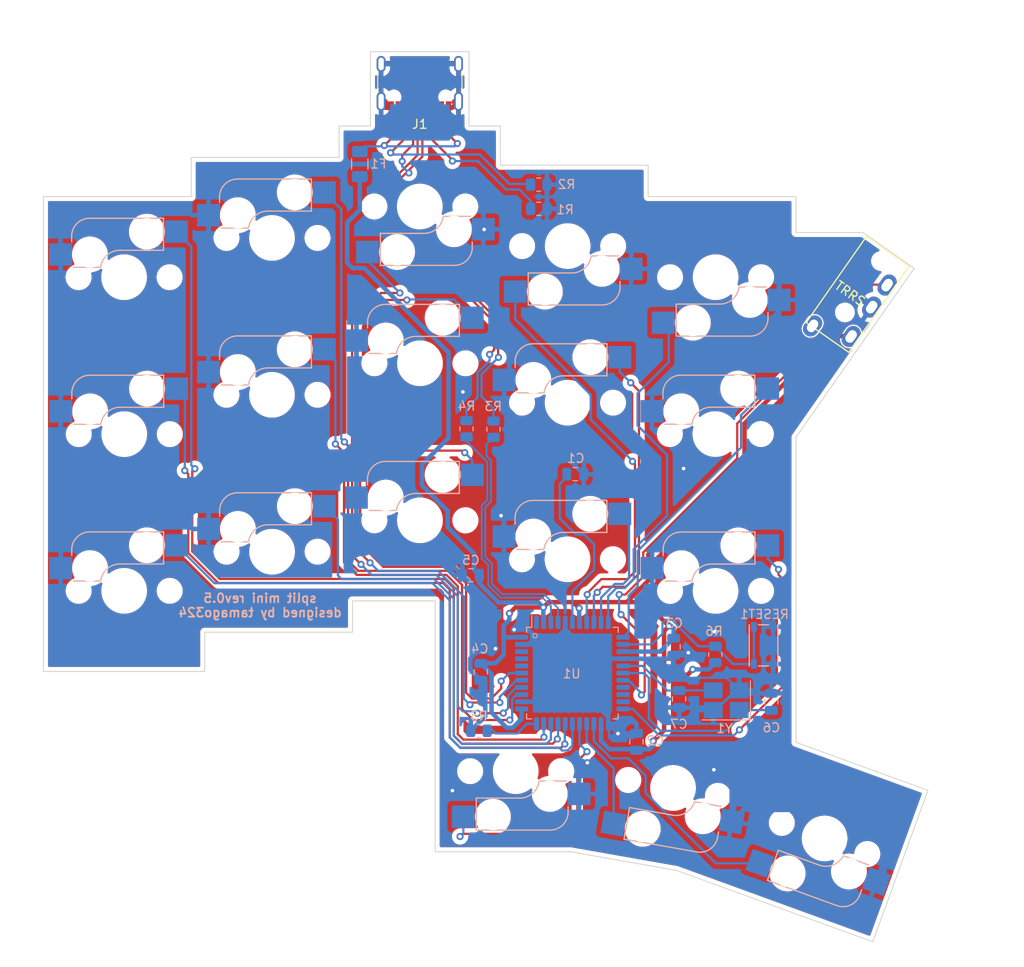
<source format=kicad_pcb>
(kicad_pcb (version 20211014) (generator pcbnew)
  (layers (0 "F.Cu" signal) (31 "B.Cu" signal) (34 "B.Paste" user) (35 "F.Paste" user) (36 "B.SilkS" user "B.Silkscreen") (37 "F.SilkS" user "F.Silkscreen") (38 "B.Mask" user) (39 "F.Mask" user) (44 "Edge.Cuts" user))
  (net 0 "")
  (net 1 "Net-(C1-Pad1)")
  (net 2 "GND")
  (net 3 "VCC")
  (net 4 "XTAL1")
  (net 5 "XTAL2")
  (net 6 "Net-(F1-Pad1)")
  (net 7 "Net-(J1-PadA5)")
  (net 8 "Net-(J1-PadA6)")
  (net 9 "Net-(J1-PadA7)")
  (net 11 "Net-(J1-PadB5)")
  (net 13 "SCL")
  (net 15 "D-")
  (net 16 "D+")
  (net 17 "Net-(R5-Pad1)")
  (net 18 "RESET")
  (net 19 "/col0")
  (net 20 "/col1")
  (net 21 "/col2")
  (net 22 "/col3")
  (net 23 "/col4")
  (net 24 "/col5")
  (net 25 "/col6")
  (net 26 "/col7")
  (net 27 "/col8")
  (net 28 "/col9")
  (net 29 "/col10")
  (net 30 "/col11")
  (net 31 "/col12")
  (net 32 "/col13")
  (net 33 "/col14")
  (net 34 "/col15")
  (net 35 "/col16")
  (net 36 "/col17")
  (footprint "split mini:CherryMX_Hotswap" (layer "F.Cu") (at 92.57 78.66)
    (fp_text reference "SW15" hide)
    (fp_text value "SW_Push" hide)
  )
  (footprint "split mini:USB_C_Receptacle_Neltron_5077CR-16SMC2" (layer "F.Cu") (at 59.56 20.92 180)
    (fp_text reference "J1")
    (fp_text value "USB_C_Receptacle_USB2.0")
  )
  (footprint "split mini:CherryMX_Hotswap" (layer "F.Cu") (at 43.06 56.77)
    (fp_text reference "SW7" hide)
    (fp_text value "SW_Push" hide)
  )
  (footprint "split mini:CherryMX_Hotswap" (layer "F.Cu") (at 59.56 35.75 180)
    (fp_text reference "SW3" hide)
    (fp_text value "SW_Push" hide)
  )
  (footprint "split mini:CherryMX_Hotswap" (layer "F.Cu") (at 26.57 61.16)
    (fp_text reference "SW6" hide)
    (fp_text value "SW_Push" hide)
  )
  (footprint "split mini:CherryMX_Hotswap" (layer "F.Cu") (at 87.83 100.65 170)
    (fp_text reference "SW17" hide)
    (fp_text value "SW_Push" hide)
  )
  (footprint "split mini:CherryMX_Hotswap" (layer "F.Cu") (at 76.04 75.13)
    (fp_text reference "SW14" hide)
    (fp_text value "SW_Push" hide)
  )
  (footprint "split mini:CherryMX_Hotswap" (layer "F.Cu") (at 76.05 57.65)
    (fp_text reference "SW9" hide)
    (fp_text value "SW_Push" hide)
  )
  (footprint "split mini:CherryMX_Hotswap" (layer "F.Cu") (at 59.575 53.25)
    (fp_text reference "SW8" hide)
    (fp_text value "SW_Push" hide)
  )
  (footprint "split mini:MJ-4PP-9_1side" (layer "F.Cu") (at 111.891674 40.614609 -35)
    (fp_text reference "J2")
    (fp_text value "MJ-4PP-9" hide)
  )
  (footprint "split mini:CherryMX_Hotswap" (layer "F.Cu") (at 92.55 61.15)
    (fp_text reference "SW10" hide)
    (fp_text value "SW_Push" hide)
  )
  (footprint "split mini:CherryMX_Hotswap" (layer "F.Cu") (at 26.56 78.65)
    (fp_text reference "SW11" hide)
    (fp_text value "SW_Push" hide)
  )
  (footprint "split mini:CherryMX_Hotswap" (layer "F.Cu") (at 26.55 43.64)
    (fp_text reference "SW1" hide)
    (fp_text value "SW_Push" hide)
  )
  (footprint "split mini:CherryMX_Hotswap" (layer "F.Cu") (at 43.07 74.28)
    (fp_text reference "SW12" hide)
    (fp_text value "SW_Push" hide)
  )
  (footprint "split mini:CherryMX_Hotswap" (layer "F.Cu") (at 92.575 43.64 180)
    (fp_text reference "SW5" hide)
    (fp_text value "SW_Push" hide)
  )
  (footprint "split mini:CherryMX_Hotswap" (layer "F.Cu") (at 43.06 39.26)
    (fp_text reference "SW2" hide)
    (fp_text value "SW_Push" hide)
  )
  (footprint "split mini:CherryMX_Hotswap" (layer "F.Cu") (at 59.57 70.78)
    (fp_text reference "SW13" hide)
    (fp_text value "SW_Push" hide)
  )
  (footprint "split mini:CherryMX_Hotswap" (layer "F.Cu") (at 70.26 98.78 180)
    (fp_text reference "SW16" hide)
    (fp_text value "SW_Push" hide)
  )
  (footprint "split mini:CherryMX_Hotswap" (layer "F.Cu") (at 76.06 40.17 180)
    (fp_text reference "SW4" hide)
    (fp_text value "SW_Push" hide)
  )
  (footprint "split mini:CherryMX_Hotswap" (layer "F.Cu") (at 104.74 106.29 160)
    (fp_text reference "SW18" hide)
    (fp_text value "SW_Push" hide)
  )
  (footprint "Package_QFP:LQFP-44_10x10mm_P0.8mm" (layer "B.Cu") (at 76.59 87.83 -90)
    (fp_text reference "U1")
    (fp_text value "ATmega32U4-A")
  )
  (footprint "Fuse:Fuse_1206_3216Metric" (layer "B.Cu") (at 52.86 31.02 -90)
    (fp_text reference "F1")
    (fp_text value "500mA")
  )
  (footprint "Resistor_SMD:R_0805_2012Metric" (layer "B.Cu") (at 66.16 94.27 180)
    (fp_text reference "R5")
    (fp_text value "10k")
  )
  (footprint "Resistor_SMD:R_0805_2012Metric" (layer "B.Cu") (at 72.84 36.01)
    (fp_text reference "R1")
    (fp_text value "5.1k")
  )
  (footprint "Capacitor_SMD:C_0805_2012Metric" (layer "B.Cu") (at 65.26 76.91 180)
    (fp_text reference "C5")
    (fp_text value "10μF")
  )
  (footprint "Capacitor_SMD:C_0805_2012Metric" (layer "B.Cu") (at 88.5 90.73 -90)
    (fp_text reference "C7")
    (fp_text value "22pF")
  )
  (footprint "Resistor_SMD:R_0805_2012Metric" (layer "B.Cu") (at 72.83 33.31)
    (fp_text reference "R2")
    (fp_text value "5.1k")
  )
  (footprint "nosuz:SKRPAxE010" (layer "B.Cu") (at 97.93 84.74 90)
    (fp_text reference "RESET1")
    (fp_text value "SKRPACE010")
  )
  (footprint "Crystal:Crystal_SMD_SeikoEpson_FA238-4Pin_3.2x2.5mm_HandSoldering" (layer "B.Cu") (at 93.76 90.86 180)
    (fp_text reference "Y1")
    (fp_text value "16MHz")
  )
  (footprint "Capacitor_SMD:C_0805_2012Metric" (layer "B.Cu") (at 66.37 87.69 -90)
    (fp_text reference "C4")
    (fp_text value "0.1μF")
  )
  (footprint "Capacitor_SMD:C_0805_2012Metric" (layer "B.Cu") (at 83.74 95.5 90)
    (fp_text reference "C2")
    (fp_text value "0.1μF")
  )
  (footprint "Resistor_SMD:R_0805_2012Metric" (layer "B.Cu") (at 92.54 85.75 90)
    (fp_text reference "R6")
    (fp_text value "10k")
  )
  (footprint "Capacitor_SMD:C_0805_2012Metric" (layer "B.Cu") (at 98.79 91.04 -90)
    (fp_text reference "C6")
    (fp_text value "22pF")
  )
  (footprint "Resistor_SMD:R_0805_2012Metric" (layer "B.Cu") (at 67.78 60.61 -90)
    (fp_text reference "R4")
    (fp_text value "22")
  )
  (footprint "Resistor_SMD:R_0805_2012Metric" (layer "B.Cu") (at 64.77 60.56 -90)
    (fp_text reference "R3")
    (fp_text value "22")
  )
  (footprint "Capacitor_SMD:C_0805_2012Metric" (layer "B.Cu") (at 87.89 84.89 -90)
    (fp_text reference "C3")
    (fp_text value "0.1μF")
  )
  (footprint "Capacitor_SMD:C_0805_2012Metric" (layer "B.Cu") (at 76.91 65.63)
    (fp_text reference "C1")
    (fp_text value "1μF")
  )
  (gr_circle (center 72.43 83.65) (end 72.66 83.74) (layer "B.SilkS") (width 0.1) (fill none))
  (gr_line (start 116.274472 100.918426) (end 101.55 95.559156) (layer "Edge.Cuts") (width 0.1))
  (gr_line (start 50.55 30.27) (end 34.05 30.27) (layer "Edge.Cuts") (width 0.1))
  (gr_line (start 34.05 30.27) (end 34.05 34.645) (layer "Edge.Cuts") (width 0.1))
  (gr_line (start 109.006494 38.645) (end 101.55 38.645) (layer "Edge.Cuts") (width 0.1))
  (gr_line (start 114.740558 42.660035) (end 101.55 61.498104) (layer "Edge.Cuts") (width 0.1))
  (gr_line (start 35.55 87.645) (end 35.55 83.27) (layer "Edge.Cuts") (width 0.1))
  (gr_line (start 88.214983 109.860807) (end 110.11811 117.832893) (layer "Edge.Cuts") (width 0.1))
  (gr_line (start 35.55 83.27) (end 52.05 83.27) (layer "Edge.Cuts") (width 0.1))
  (gr_line (start 110.11811 117.832893) (end 116.274472 100.918426) (layer "Edge.Cuts") (width 0.1))
  (gr_line (start 68.55 31.145) (end 85.05 31.145) (layer "Edge.Cuts") (width 0.1))
  (gr_line (start 34.05 34.645) (end 17.55 34.645) (layer "Edge.Cuts") (width 0.1))
  (gr_line (start 61.275 79.77) (end 61.275 107.77) (layer "Edge.Cuts") (width 0.1))
  (gr_line (start 61.275 107.77) (end 76.357429 107.77) (layer "Edge.Cuts") (width 0.1))
  (gr_line (start 17.55 87.645) (end 35.55 87.645) (layer "Edge.Cuts") (width 0.1))
  (gr_line (start 50.55 26.77) (end 50.55 30.27) (layer "Edge.Cuts") (width 0.1))
  (gr_line (start 101.55 95.559156) (end 101.55 61.498104) (layer "Edge.Cuts") (width 0.1))
  (gr_line (start 65.05 26.77) (end 68.55 26.77) (layer "Edge.Cuts") (width 0.1))
  (gr_line (start 76.357429 107.77) (end 88.214983 109.860807) (layer "Edge.Cuts") (width 0.1))
  (gr_line (start 65.05 26.77) (end 65.05 18.47) (layer "Edge.Cuts") (width 0.1))
  (gr_line (start 17.55 34.645) (end 17.55 87.645) (layer "Edge.Cuts") (width 0.1))
  (gr_line (start 85.05 31.145) (end 85.05 34.645) (layer "Edge.Cuts") (width 0.1))
  (gr_line (start 109.006494 38.645) (end 114.740558 42.660035) (layer "Edge.Cuts") (width 0.1))
  (gr_line (start 54.05 26.77) (end 54.05 18.47) (layer "Edge.Cuts") (width 0.1))
  (gr_line (start 50.55 26.77) (end 54.05 26.77) (layer "Edge.Cuts") (width 0.1))
  (gr_line (start 54.05 18.47) (end 65.05 18.47) (layer "Edge.Cuts") (width 0.1))
  (gr_line (start 101.55 38.645) (end 101.55 34.645) (layer "Edge.Cuts") (width 0.1))
  (gr_line (start 68.55 26.77) (end 68.55 31.145) (layer "Edge.Cuts") (width 0.1))
  (gr_line (start 101.55 34.645) (end 85.05 34.645) (layer "Edge.Cuts") (width 0.1))
  (gr_line (start 52.05 83.27) (end 52.05 79.77) (layer "Edge.Cuts") (width 0.1))
  (gr_line (start 52.05 79.77) (end 61.275 79.77) (layer "Edge.Cuts") (width 0.1))
  (gr_text "split mini rev0.5\ndesigned by tamago324" (at 41.725 80.275) (layer "B.SilkS") (effects (font (size 1 1) (thickness 0.2)) (justify mirror)))
  (segment (start 79.02 76.29) (end 79.02 73.47) (width 0.25) (layer "B.Cu") (net 1))
  (segment (start 75.18 70.56) (end 75.18 66.72) (width 0.25) (layer "B.Cu") (net 1))
  (segment (start 75.18 66.72) (end 75.8 66.1) (width 0.25) (layer "B.Cu") (net 1))
  (segment (start 76.59 78.72) (end 79.02 76.29) (width 0.25) (layer "B.Cu") (net 1))
  (segment (start 77 72.38) (end 75.18 70.56) (width 0.25) (layer "B.Cu") (net 1))
  (segment (start 77.93 72.38) (end 77 72.38) (width 0.25) (layer "B.Cu") (net 1))
  (segment (start 76.59 82.1675) (end 76.59 78.72) (width 0.25) (layer "B.Cu") (net 1))
  (segment (start 79.02 73.47) (end 77.93 72.38) (width 0.25) (layer "B.Cu") (net 1))
  (segment (start 89.53 85) (end 89.53 85.56) (width 0.5) (layer "F.Cu") (net 2))
  (segment (start 68 85.0705) (end 70.09 82.9805) (width 0.5) (layer "F.Cu") (net 2))
  (segment (start 56.36 24.72) (end 55.24 23.6) (width 0.5) (layer "F.Cu") (net 2))
  (segment (start 68.63 84.47) (end 68.63 70.26) (width 0.5) (layer "F.Cu") (net 2))
  (segment (start 55.24 23.6) (end 55.24 19.84) (width 0.5) (layer "F.Cu") (net 2))
  (segment (start 63.18 24.72) (end 63.88 24.02) (width 0.5) (layer "F.Cu") (net 2))
  (segment (start 66.74 29.7) (end 66.74 38.31) (width 0.5) (layer "F.Cu") (net 2))
  (segment (start 89.77 96.96) (end 89.07 96.26) (width 0.5) (layer "F.Cu") (net 2))
  (segment (start 89.07 96.26) (end 80.4 96.26) (width 0.5) (layer "F.Cu") (net 2))
  (segment (start 92.45 83.21) (end 91.32 83.21) (width 0.5) (layer "F.Cu") (net 2))
  (segment (start 91.43 98.62) (end 89.77 96.96) (width 0.5) (layer "F.Cu") (net 2))
  (segment (start 78.26 97.84) (end 78.48 97.84) (width 0.5) (layer "F.Cu") (net 2))
  (segment (start 55.24 19.84) (end 55.33 19.75) (width 0.5) (layer "F.Cu") (net 2))
  (segment (start 91.32 83.21) (end 89.53 85) (width 0.5) (layer "F.Cu") (net 2))
  (segment (start 62.76 24.72) (end 63.18 24.72) (width 0.5) (layer "F.Cu") (net 2))
  (segment (start 63.88 19.75) (end 63.88 26.84) (width 0.5) (layer "F.Cu") (net 2))
  (segment (start 63.88 26.84) (end 66.74 29.7) (width 0.5) (layer "F.Cu") (net 2))
  (segment (start 81.67875 94.64125) (end 81.67875 94.58125) (width 0.5) (layer "F.Cu") (net 2))
  (segment (start 55.33 19.75) (end 63.88 19.75) (width 0.5) (layer "F.Cu") (net 2))
  (segment (start 68 85.1) (end 68.63 84.47) (width 0.5) (layer "F.Cu") (net 2))
  (segment (start 68 85.1) (end 68 85.0705) (width 0.5) (layer "F.Cu") (net 2))
  (segment (start 92.38 98.62) (end 91.43 98.62) (width 0.5) (layer "F.Cu") (net 2))
  (segment (start 78.48 97.84) (end 81.67875 94.64125) (width 0.5) (layer "F.Cu") (net 2))
  (via (at 64.375 56.45) (size 0.8) (drill 0.4) (layers "F.Cu" "B.Cu") (net 2))
  (via (at 68 85.1) (size 0.8) (drill 0.4) (layers "F.Cu" "B.Cu") (net 2))
  (via (at 92.38 98.62) (size 0.8) (drill 0.4) (layers "F.Cu" "B.Cu") (net 2))
  (via (at 70.09 82.9805) (size 0.8) (drill 0.4) (layers "F.Cu" "B.Cu") (net 2))
  (via (at 78.26 97.84) (size 0.8) (drill 0.4) (layers "F.Cu" "B.Cu") (net 2))
  (via (at 66.74 38.31) (size 0.8) (drill 0.4) (layers "F.Cu" "B.Cu") (net 2))
  (via (at 89.53 85.56) (size 0.8) (drill 0.4) (layers "F.Cu" "B.Cu") (net 2))
  (via (at 68.63 70.26) (size 0.8) (drill 0.4) (layers "F.Cu" "B.Cu") (net 2))
  (via (at 81.67875 94.58125) (size 0.8) (drill 0.4) (layers "F.Cu" "B.Cu") (net 2))
  (via (at 92.45 83.21) (size 0.8) (drill 0.4) (layers "F.Cu" "B.Cu") (net 2))
  (via (at 63.2 100.95) (size 0.8) (drill 0.4) (layers "F.Cu" "B.Cu") (net 2))
  (via (at 89 65) (size 0.8) (drill 0.4) (layers "F.Cu" "B.Cu") (net 2))
  (segment (start 66.87 92.6475) (end 66.87 89.14) (width 0.5) (layer "B.Cu") (net 2))
  (segment (start 99.66 44.58) (end 99.66 46.18) (width 0.5) (layer "B.Cu") (net 2))
  (segment (start 86.415 81.29) (end 85.485 80.36) (width 0.5) (layer "B.Cu") (net 2))
  (segment (start 66.645 45.973) (end 69.55 48.878) (width 0.5) (layer "B.Cu") (net 2))
  (segment (start 95.54 90.09) (end 95.21 89.76) (width 0.5) (layer "B.Cu") (net 2))
  (segment (start 69.55 48.878) (end 69.55 54.525) (width 0.5) (layer "B.Cu") (net 2))
  (segment (start 72.115 84.21085) (end 71.69585 84.63) (width 0.5) (layer "B.Cu") (net 2))
  (segment (start 63 75.6) (end 55.44 75.6) (width 0.5) (layer "B.Cu") (net 2))
  (segment (start 73.7525 36.01) (end 80.65 36.01) (width 0.5) (layer "B.Cu") (net 2))
  (segment (start 70.9275 84.63) (end 72.52 84.63) (width 0.5) (layer "B.Cu") (net 2))
  (segment (start 19.475 69.115) (end 22.27 66.32) (width 0.5) (layer "B.Cu") (net 2))
  (segment (start 70.96 70.585) (end 68.955 72.59) (width 0.5) (layer "B.Cu") (net 2))
  (segment (start 66.645 38.29) (end 66.645 45.973) (width 0.5) (layer "B.Cu") (net 2))
  (segment (start 80.59 93.4925) (end 80.59 92.72415) (width 0.5) (layer "B.Cu") (net 2))
  (segment (start 83.74 94.55) (end 83.32 94.97) (width 0.5) (layer "B.Cu") (net 2))
  (segment (start 37.285 64.805) (end 38.98 63.11) (width 0.5) (layer "B.Cu") (net 2))
  (segment (start 35.975 36.72) (end 35.975 64.705) (width 0.5) (layer "B.Cu") (net 2))
  (segment (start 68 85.1) (end 66.295051 85.1) (width 0.5) (layer "B.Cu") (net 2))
  (segment (start 71.64635 82.9805) (end 72.115 83.44915) (width 0.5) (layer "B.Cu") (net 2))
  (segment (start 35.975 71.73) (end 35.985 71.74) (width 0.5) (layer "B.Cu") (net 2))
  (segment (start 99.01 82.66) (end 97.54 81.19) (width 0.5) (layer "B.Cu") (net 2))
  (segment (start 110.078362 46.929777) (end 105.858585 42.71) (width 0.5) (layer "B.Cu") (net 2))
  (segment (start 35.975 64.805) (end 35.975 64.705) (width 0.5) (layer "B.Cu") (net 2))
  (segment (start 111.45 110.179023) (end 111.45 106.36) (width 0.5) (layer "B.Cu") (net 2))
  (segment (start 75.63 63.4) (end 71.62 63.4) (width 0.5) (layer "B.Cu") (net 2))
  (segment (start 71.69585 84.63) (end 70.9275 84.63) (width 0.5) (layer "B.Cu") (net 2))
  (segment (start 92.31 92.26) (end 94.81 89.76) (width 0.3) (layer "B.Cu") (net 2))
  (segment (start 38.98 63.11) (end 51.26 63.11) (width 0.5) (layer "B.Cu") (net 2))
  (segment (start 111.45 106.36) (end 108.192537 103.102537) (width 0.5) (layer "B.Cu") (net 2))
  (segment (start 86.54 88.36) (end 84.41 86.23) (width 0.25) (layer "B.Cu") (net 2))
  (segment (start 81.67875 94.58125) (end 80.59 93.4925) (width 0.5) (layer "B.Cu") (net 2))
  (segment (start 92.31 91.96) (end 92.73 91.96) (width 0.5) (layer "B.Cu") (net 2))
  (segment (start 87.5 86.23) (end 84.41 86.23) (width 0.5) (layer "B.Cu") (net 2))
  (segment (start 73.71 85.82) (end 72.52 84.63) (width 0.5) (layer "B.Cu") (net 2))
  (segment (start 73.7425 33.31) (end 73.7425 36) (width 0.5) (layer "B.Cu") (net 2))
  (segment (start 77.86 65.63) (end 75.63 63.4) (width 0.5) (layer "B.Cu") (net 2))
  (segment (start 67.92 85.02) (end 67.92 80.52) (width 0.5) (layer "B.Cu") (net 2))
  (segment (start 88.5 91.68) (end 92.03 91.68) (width 0.5) (layer "B.Cu") (net 2))
  (segment (start 99.84 42.71) (end 99.05 41.92) (width 0.5) (layer "B.Cu") (net 2))
  (segment (start 35.975 64.805) (end 37.285 64.805) (width 0.5) (layer "B.Cu") (net 2))
  (segment (start 89.828477 83.21) (end 89.04 82.421523) (width 0.5) (layer "B.Cu") (net 2))
  (segment (start 80.59 92.72415) (end 77.95585 90.09) (width 0.5) (layer "B.Cu") (net 2))
  (segment (start 68.955 70.585) (end 68.63 70.26) (width 0.5) (layer "B.Cu") (net 2))
  (segment (start 108.192537 103.102537) (end 95.645469 103.102537) (width 0.5) (layer "B.Cu") (net 2))
  (segment (start 89.04 82.421523) (end 89.04 82.383655) (width 0.5) (layer "B.Cu") (net 2))
  (segment (start 87.89 85.84) (end 87.5 86.23) (width 0.5) (layer "B.Cu") (net 2))
  (segment (start 55.44 75.6) (end 52.485 72.645) (width 0.5) (layer "B.Cu") (net 2))
  (segment (start 65.195 86.200051) (end 65.195 87.465) (width 0.5) (layer "B.Cu") (net 2))
  (segment (start 68.955 72.59) (end 68.955 70.585) (width 0.5) (layer "B.Cu") (net 2))
  (segment (start 70.9275 91.03) (end 70.9375 91.02) (width 0.5) (layer "B.Cu") (net 2))
  (segment (start 52.49 50.71) (end 52.49 61.88) (width 0.5) (layer "B.Cu") (net 2))
  (segment (start 70.09 82.9805) (end 71.64635 82.9805) (width 0.5) (layer "B.Cu") (net 2))
  (segment (start 51.26 63.11) (end 52.49 61.88) (width 0.5) (layer "B.Cu") (net 2))
  (segment (start 69.55 54.525) (end 68.965 55.11) (width 0.5) (layer "B.Cu") (net 2))
  (segment (start 83.145 38.505) (end 83.145 42.71) (width 0.5) (layer "B.Cu") (net 2))
  (segment (start 79.08415 86.23) (end 82.2525 86.23) (width 0.5) (layer "B.Cu") (net 2))
  (segment (start 77.345 98.755) (end 77.345 101.32) (width 0.5) (layer "B.Cu") (net 2))
  (segment (start 94.366297 100.606297) (end 92.38 98.62) (width 0.5) (layer "B.Cu") (net 2))
  (segment (start 64.31 76.91) (end 63 75.6) (width 0.5) (layer "B.Cu") (net 2))
  (segment (start 80.65 36.01) (end 83.145 38.505) (width 0.5) (layer "B.Cu") (net 2))
  (segment (start 95.645469 103.102537) (end 94.366297 104.381709) (width 0.5) (layer "B.Cu") (net 2))
  (segment (start 99.66 42.53) (end 99.66 46.18) (width 0.5) (layer "B.Cu") (net 2))
  (segment (start 95.21 89.76) (end 93.81 88.36) (width 0.25) (layer "B.Cu") (net 2))
  (segment (start 77.95585 90.09) (end 73.71 90.09) (width 0.5) (layer "B.Cu") (net 2))
  (segment (start 91.438428 55.651572) (end 99.66 47.43) (width 0.5) (layer "B.Cu") (net 2))
  (segment (start 68.965 57.935) (end 70.96 59.93) (width 0.5) (layer "B.Cu") (net 2))
  (segment (start 97.54 81.19) (end 96.3 81.19) (width 0.5) (layer "B.Cu") (net 2))
  (segment (start 85.245 40.605) (end 83.145 38.505) (width 0.5) (layer "B.Cu") (net 2))
  (segment (start 92.45 83.21) (end 89.828477 83.21) (width 0.5) (layer "B.Cu") (net 2))
  (segment (start 70.9375 91.02) (end 72.98 91.02) (width 0.5) (layer "B.Cu") (net 2))
  (segment (start 70.96 62.74) (end 70.96 70.585) (width 0.5) (layer "B.Cu") (net 2))
  (segment (start 19.475 41.11) (end 19.475 70.505) (width 0.5) (layer "B.Cu") (net 2))
  (segment (start 34.46 66.32) (end 35.975 64.805) (width 0.5) (layer "B.Cu") (net 2))
  (segment (start 68.965 55.11) (end 68.965 57.935) (width 0.5) (layer "B.Cu") (net 2))
  (segment (start 52.485 72.645) (end 52.485 68.24) (width 0.5) (layer "B.Cu") (net 2))
  (segment (start 75.79 82.1675) (end 75.79 82.93585) (width 0.5) (layer "B.Cu") (net 2))
  (segment (start 83.32 94.97) (end 82.0675 94.97) (width 0.5) (layer "B.Cu") (net 2))
  (segment (start 19.475 70.505) (end 19.475 69.115) (width 0.5) (layer "B.Cu") (net 2))
  (segment (start 35.975 64.705) (end 35.975 71.73) (width 0.5) (layer "B.Cu") (net 2))
  (segment (start 89.04 82.383655) (end 87.946345 81.29) (width 0.5) (layer "B.Cu") (net 2))
  (segment (start 99.01 82.66) (end 99.01 86.82) (width 0.5) (layer "B.Cu") (net 2))
  (segment (start 75.79 82.93585) (end 79.08415 86.23) (width 0.5) (layer "B.Cu") (net 2))
  (segment (start 68 85.1) (end 67.92 85.02) (width 0.5) (layer "B.Cu") (net 2))
  (segment (start 105.858585 42.71) (end 99.84 42.71) (width 0.5) (layer "B.Cu") (net 2))
  (segment (start 88.17 85.56) (end 87.89 85.84) (width 0.5) (layer "B.Cu") (net 2))
  (segment (start 65.2475 94.27) (end 66.87 92.6475) (width 0.5) (layer "B.Cu") (net 2))
  (segment (start 19.465 41.1) (end 19.475 41.11) (width 0.5) (layer "B.Cu") (net 2))
  (segment (start 99.05 41.92) (end 99.66 42.53) (width 0.5) (layer "B.Cu") (net 2))
  (segment (start 67.92 80.52) (end 64.31 76.91) (width 0.5) (layer "B.Cu") (net 2))
  (segment (start 96.3 81.19) (end 94.28 83.21) (width 0.5) (layer "B.Cu") (net 2))
  (segment (start 84.41 86.23) (end 82.2525 86.23) (width 0.5) (layer "B.Cu") (net 2))
  (segment (start 89.53 85.56) (end 88.17 85.56) (width 0.5) (layer "B.Cu") (net 2))
  (segment (start 94.366297 104.381709) (end 94.366297 100.606297) (width 0.5) (layer "B.Cu") (net 2))
  (segment (start 110.528991 111.100032) (end 111.45 110.179023) (width 0.5) (layer "B.Cu") (net 2))
  (segment (start 97.74 40.61) (end 99.05 41.92) (width 0.5) (layer "B.Cu") (net 2))
  (segment (start 71.62 63.4) (end 70.96 62.74) (width 0.5) (layer "B.Cu") (net 2))
  (segment (start 73.7425 36) (end 73.7525 36.01) (width 0.5) (layer "B.Cu") (net 2))
  (segment (start 85.465 58.61) (end 88.423428 55.651572) (width 0.5) (layer "B.Cu") (net 2))
  (segment (start 22.27 66.32) (end 34.46 66.32) (width 0.5) (layer "B.Cu") (net 2))
  (segment (start 93.81 88.36) (end 86.54 88.36) (width 0.25) (layer "B.Cu") (net 2))
  (segment (start 72.52 84.63) (end 74.09585 84.63) (width 0.5) (layer "B.Cu") (net 2))
  (segment (start 85.485 80.36) (end 85.485 76.12) (width 0.5) (layer "B.Cu") (net 2))
  (segment (start 73.71 90.29) (end 73.71 90.09) (width 0.5) (layer "B.Cu") (net 2))
  (segment (start 66.87 89.14) (end 66.37 88.64) (width 0.5) (layer "B.Cu") (net 2))
  (segment (start 52.49 68.235) (end 52.485 68.24) (width 0.5) (layer "B.Cu") (net 2))
  (segment (start 19.475 70.505) (end 19.475 76.11) (width 0.5) (layer "B.Cu") (net 2))
  (segment (start 98.79 90.09) (end 95.54 90.09) (width 0.5) (layer "B.Cu") (net 2))
  (segment (start 87.946345 81.29) (end 86.415 81.29) (width 0.5) (layer "B.Cu") (net 2))
  (segment (start 99.66 47.43) (end 99.66 46.18) (width 0.5) (layer "B.Cu") (net 2))
  (segment (start 71.4525 38.31) (end 66.74 38.31) (width 0.5) (layer "B.Cu") (net 2))
  (segment (start 82.0675 94.97) (end 81.67875 94.58125) (width 0.5) (layer "B.Cu") (net 2))
  (segment (start 78.26 97.84) (end 77.345 98.755) (width 0.5) (layer "B.Cu") (net 2))
  (segment (start 73.71 90.09) (end 73.71 85.82) (width 0.5) (layer "B.Cu") (net 2))
  (segment (start 72.98 91.02) (end 73.71 90.29) (width 0.5) (layer "B.Cu") (net 2))
  (segment (start 72.115 83.44915) (end 72.115 84.21085) (width 0.5) (layer "B.Cu") (net 2))
  (segment (start 92.03 91.68) (end 92.31 91.96) (width 0.5) (layer "B.Cu") (net 2))
  (segment (start 70.96 59.93) (end 70.96 62.74) (width 0.5) (layer "B.Cu") (net 2))
  (segment (start 94.28 83.21) (end 92.45 83.21) (width 0.5) (layer "B.Cu") (net 2))
  (segment (start 88.423428 55.651572) (end 91.438428 55.651572) (width 0.5) (layer "B.Cu") (net 2))
  (segment (start 94.81 89.76) (end 95.21 89.76) (width 0.25) (layer "B.Cu") (net 2))
  (segment (start 85.245 40.61) (end 97.74 40.61) (width 0.5) (layer "B.Cu") (net 2))
  (segment (start 52.49 61.88) (end 52.49 68.235) (width 0.5) (layer "B.Cu") (net 2))
  (segment (start 65.195 87.465) (end 66.37 88.64) (width 0.5) (layer "B.Cu") (net 2))
  (segment (start 66.295051 85.1) (end 65.195 86.200051) (width 0.5) (layer "B.Cu") (net 2))
  (segment (start 85.245 40.61) (end 85.245 40.605) (width 0.5) (layer "B.Cu") (net 2))
  (segment (start 74.09585 84.63) (end 75.79 82.93585) (width 0.5) (layer "B.Cu") (net 2))
  (segment (start 73.7525 36.01) (end 71.4525 38.31) (width 0.5) (layer "B.Cu") (net 2))
  (segment (start 86.83 88.02) (end 89.46 88.02) (width 0.5) (layer "F.Cu") (net 3))
  (segment (start 73.94 79.91) (end 76.67 79.91) (width 0.5) (layer "F.Cu") (net 3))
  (segment (start 87.37 82.59) (end 84.69 79.91) (width 0.5) (layer "F.Cu") (net 3))
  (segment (start 107.784056 50.206386) (end 105.563614 50.206386) (width 0.5) (layer "F.Cu") (net 3))
  (segment (start 86.83 94.2005) (end 86.83 88.02) (width 0.5) (layer "F.Cu") (net 3))
  (segment (start 90.02 87.42) (end 90.02 87.46) (width 0.5) (layer "F.Cu") (net 3))
  (segment (start 89.46 88.02) (end 90.02 87.42) (width 0.5) (layer "F.Cu") (net 3))
  (segment (start 95.802942 59.967058) (end 95.802942 63.867058) (width 0.5) (layer "F.Cu") (net 3))
  (segment (start 87.37 82.59) (end 86.83 83.13) (width 0.5) (layer "F.Cu") (net 3))
  (segment (start 85.62 95.4105) (end 86.83 94.2005) (width 0.5) (layer "F.Cu") (net 3))
  (segment (start 95.802942 63.867058) (end 85.075 74.595) (width 0.5) (layer "F.Cu") (net 3))
  (segment (start 76.67 79.91) (end 77.35 80.59) (width 0.5) (layer "F.Cu") (net 3))
  (segment (start 85.075 77.495) (end 82.66 79.91) (width 0.5) (layer "F.Cu") (net 3))
  (segment (start 85.075 74.595) (end 85.075 77.495) (width 0.5) (layer "F.Cu") (net 3))
  (segment (start 84.69 79.91) (end 76.67 79.91) (width 0.5) (layer "F.Cu") (net 3))
  (segment (start 105.563614 50.206386) (end 95.802942 59.967058) (width 0.5) (layer "F.Cu") (net 3))
  (segment (start 70.23 80.5) (end 73.35 80.5) (width 0.5) (layer "F.Cu") (net 3))
  (segment (start 86.83 83.13) (end 86.83 88.02) (width 0.5) (layer "F.Cu") (net 3))
  (segment (start 73.35 80.5) (end 73.94 79.91) (width 0.5) (layer "F.Cu") (net 3))
  (segment (start 69.56 81.17) (end 70.23 80.5) (width 0.5) (layer "F.Cu") (net 3))
  (via (at 73.35 80.5) (size 0.8) (drill 0.4) (layers "F.Cu" "B.Cu") (net 3))
  (via (at 77.35 80.59) (size 0.8) (drill 0.4) (layers "F.Cu" "B.Cu") (net 3))
  (via (at 85.62 95.4105) (size 0.8) (drill 0.4) (layers "F.Cu" "B.Cu") (net 3))
  (via (at 90.02 87.42) (size 0.8) (drill 0.4) (layers "F.Cu" "B.Cu") (net 3))
  (via (at 87.37 82.59) (size 0.8) (drill 0.4) (layers "F.Cu" "B.Cu") (net 3))
  (via (at 69.56 81.17) (size 0.8) (drill 0.4) (layers "F.Cu" "B.Cu") (net 3))
  (segment (start 69.56 81.866894) (end 68.92 82.506894) (width 0.5) (layer "B.Cu") (net 3))
  (segment (start 68.351446 79.961496) (end 66.2 77.81005) (width 0.5) (layer "B.Cu") (net 3))
  (segment (start 62.67 69.73) (end 59.8 66.86) (width 0.5) (layer "B.Cu") (net 3))
  (segment (start 52.05 42.625) (end 51.46 42.035) (width 0.5) (layer "B.Cu") (net 3))
  (segment (start 86.4 85.43) (end 87.89 83.94) (width 0.5) (layer "B.Cu") (net 3))
  (segment (start 51.46 42.035) (end 51.46 37.52) (width 0.5) (layer "B.Cu") (net 3))
  (segment (start 67.57 87.94) (end 66.37 86.74) (width 0.5) (layer "B.Cu") (net 3))
  (segment (start 90.02 87.42) (end 91.7825 87.42) (width 0.5) (layer "B.Cu") (net 3))
  (segment (start 62.77 61.58) (end 62.77 52.04) (width 0.5) (layer "B.Cu") (net 3))
  (segment (start 85.18 96.34) (end 83.85 96.34) (width 0.5) (layer "B.Cu") (net 3))
  (segment (start 70.9275 92.944582) (end 69.952082 93.92) (width 0.5) (layer "B.Cu") (net 3))
  (segment (start 73.35 80.5) (end 73.35 82.1275) (width 0.5) (layer "B.Cu") (net 3))
  (segment (start 83.83 96.32) (end 80.71 96.32) (width 0.5) (layer "B.Cu") (net 3))
  (segment (start 52.86 36.12) (end 52.86 32.42) (width 0.5) (layer "B.Cu") (net 3))
  (segment (start 59.8 64.55) (end 62.77 61.58) (width 0.5) (layer "B.Cu") (net 3))
  (segment (start 87.37 82.59) (end 87.62 82.59) (width 0.5) (layer "B.Cu") (net 3))
  (segment (start 87.62 82.59) (end 87.89 82.86) (width 0.5) (layer "B.Cu") (net 3))
  (segment (start 73.35 80.5) (end 72.811496 79.961496) (width 0.5) (layer "B.Cu") (net 3))
  (segment (start 67.985 86.74) (end 66.37 86.74) (width 0.5) (layer "B.Cu") (net 3))
  (segment (start 62.67 71.545) (end 62.67 69.73) (width 0.5) (layer "B.Cu") (net 3))
  (segment (start 73.35 82.1275) (end 73.39 82.1675) (width 0.5) (layer "B.Cu") (net 3))
  (segment (start 77.35 80.59) (end 77.35 82.1275) (width 0.5) (layer "B.Cu") (net 3))
  (segment (start 62.77 52.04) (end 53.355 42.625) (width 0.5) (layer "B.Cu") (net 3))
  (segment (start 70.9275 91.83) (end 70.9275 92.944582) (width 0.5) (layer "B.Cu") (net 3))
  (segment (start 68.92 85.805) (end 67.985 86.74) (width 0.5) (layer "B.Cu") (net 3))
  (segment (start 77.35 82.1275) (end 77.39 82.1675) (width 0.5) (layer "B.Cu") (net 3))
  (segment (start 85.62 95.4105) (end 85.62 95.9) (width 0.5) (layer "B.Cu") (net 3))
  (segment (start 79.79 95.4) (end 79.79 93.4925) (width 0.5) (layer "B.Cu") (net 3))
  (segment (start 65.625 76.325) (end 65.625 74.5) (width 0.5) (layer "B.Cu") (net 3))
  (segment (start 68.92 84.04) (end 68.92 85.805) (width 0.5) (layer "B.Cu") (net 3))
  (segment (start 87.89 82.86) (end 87.89 83.94) (width 0.5) (layer "B.Cu") (net 3))
  (segment (start 66.2 76.9) (end 65.625 76.325) (width 0.5) (layer "B.Cu") (net 3))
  (segment (start 53.355 42.625) (end 52.05 42.625) (width 0.5) (layer "B.Cu") (net 3))
  (segment (start 69.56 81.17) (end 69.56 81.866894) (width 0.5) (layer "B.Cu") (net 3))
  (segment (start 51.46 37.52) (end 52.86 36.12) (width 0.5) (layer "B.Cu") (net 3))
  (segment (start 80.71 96.32) (end 79.79 95.4) (width 0.5) (layer "B.Cu") (net 3))
  (segment (start 70.9275 83.83) (end 69.13 83.83) (width 0.5) (layer "B.Cu") (net 3))
  (segment (start 59.8 66.86) (end 59.8 64.55) (width 0.5) (layer "B.Cu") (net 3))
  (segment (start 68.92 82.506894) (end 68.92 84.04) (width 0.5) (layer "B.Cu") (net 3))
  (segment (start 67.57 92.242082) (end 67.57 87.94) (width 0.5) (layer "B.Cu") (net 3))
  (segment (start 66.2 77.81005) (end 66.2 76.9) (width 0.5) (layer "B.Cu") (net 3))
  (segment (start 65.625 74.5) (end 62.67 71.545) (width 0.5) (layer "B.Cu") (net 3))
  (segment (start 72.811496 79.961496) (end 68.351446 79.961496) (width 0.5) (layer "B.Cu") (net 3))
  (segment (start 85.62 95.9) (end 85.18 96.34) (width 0.5) (layer "B.Cu") (net 3))
  (segment (start 69.13 83.83) (end 68.92 84.04) (width 0.5) (layer "B.Cu") (net 3))
  (segment (start 69.952082 93.92) (end 69.247918 93.92) (width 0.5) (layer "B.Cu") (net 3))
  (segment (start 82.2525 85.43) (end 86.4 85.43) (width 0.5) (layer "B.Cu") (net 3))
  (segment (start 83.85 96.34) (end 83.83 96.32) (width 0.5) (layer "B.Cu") (net 3))
  (segment (start 91.7825 87.42) (end 92.54 86.6625) (width 0.5) (layer "B.Cu") (net 3))
  (segment (start 69.247918 93.92) (end 67.57 92.242082) (width 0.5) (layer "B.Cu") (net 3))
  (segment (start 93.745 94.275) (end 86.45 94.275) (width 0.25) (layer "B.Cu") (net 4))
  (segment (start 85.125 92.95) (end 85.125 88.361396) (width 0.25) (layer "B.Cu") (net 4))
  (segment (start 86.45 94.275) (end 85.125 92.95) (width 0.25) (layer "B.Cu") (net 4))
  (segment (start 95.21 92.81) (end 93.745 94.275) (width 0.25) (layer "B.Cu") (net 4))
  (segment (start 85.125 88.361396) (end 84.593604 87.83) (width 0.25) (layer "B.Cu") (net 4))
  (segment (start 84.593604 87.83) (end 82.2525 87.83) (width 0.25) (layer "B.Cu") (net 4))
  (segment (start 98.79 91.99) (end 98.76 91.96) (width 0.25) (layer "B.Cu") (net 4))
  (segment (start 95.21 91.96) (end 95.21 92.81) (width 0.25) (layer "B.Cu") (net 4))
  (segment (start 98.76 91.96) (end 95.21 91.96) (width 0.25) (layer "B.Cu") (net 4))
  (segment (start 88.5 89.78) (end 88.52 89.76) (width 0.25) (layer "B.Cu") (net 5))
  (segment (start 87.18 89.78) (end 84.43 87.03) (width 0.25) (layer "B.Cu") (net 5))
  (segment (start 88.5 89.78) (end 87.18 89.78) (width 0.25) (layer "B.Cu") (net 5))
  (segment (start 84.43 87.03) (end 82.2525 87.03) (width 0.25) (layer "B.Cu") (net 5))
  (segment (start 88.52 89.76) (end 92.31 89.76) (width 0.25) (layer "B.Cu") (net 5))
  (segment (start 61.96 26.93) (end 61.96 24.72) (width 0.25) (layer "F.Cu") (net 6))
  (segment (start 55.6 28.94) (end 57.16 27.38) (width 0.25) (layer "F.Cu") (net 6))
  (segment (start 57.16 27.38) (end 57.16 24.72) (width 0.25) (layer "F.Cu") (net 6))
  (segment (start 63.75 28.72) (end 61.96 26.93) (width 0.25) (layer "F.Cu") (net 6))
  (via (at 63.75 28.72) (size 0.8) (drill 0.4) (layers "F.Cu" "B.Cu") (net 6))
  (via (at 55.6 28.94) (size 0.8) (drill 0.4) (layers "F.Cu" "B.Cu") (net 6))
  (segment (start 55.6 28.94) (end 55.69 29.03) (width 0.25) (layer "B.Cu") (net 6))
  (segment (start 55.69 29.03) (end 63.44 29.03) (width 0.25) (layer "B.Cu") (net 6))
  (segment (start 63.44 29.03) (end 63.75 28.72) (width 0.25) (layer "B.Cu") (net 6))
  (segment (start 55.51 29.03) (end 53.45 29.03) (width 0.25) (layer "B.Cu") (net 6))
  (segment (start 55.6 28.94) (end 55.51 29.03) (width 0.25) (layer "B.Cu") (net 6))
  (segment (start 53.45 29.03) (end 52.86 29.62) (width 0.25) (layer "B.Cu") (net 6))
  (segment (start 60.81 28.18) (end 60.81 24.72) (width 0.25) (layer "F.Cu") (net 7))
  (segment (start 63.2 30.57) (end 60.81 28.18) (width 0.25) (layer "F.Cu") (net 7))
  (segment (start 63.2 30.6745) (end 63.2 30.57) (width 0.25) (layer "F.Cu") (net 7))
  (via (at 63.2 30.6745) (size 0.8) (drill 0.4) (layers "F.Cu" "B.Cu") (net 7))
  (segment (start 63.2 30.6745) (end 66.0145 30.6745) (width 0.25) (layer "B.Cu") (net 7))
  (segment (start 69.19 33.85) (end 70.66 33.85) (width 0.25) (layer "B.Cu") (net 7))
  (segment (start 70.66 33.85) (end 71.9275 35.1175) (width 0.25) (layer "B.Cu") (net 7))
  (segment (start 71.9275 35.1175) (end 71.9275 36.01) (width 0.25) (layer "B.Cu") (net 7))
  (segment (start 66.0145 30.6745) (end 69.19 33.85) (width 0.25) (layer "B.Cu") (net 7))
  (segment (start 56.75 36.915001) (end 56.75 33.28) (width 0.25) (layer "F.Cu") (net 8))
  (segment (start 68.3 48.465001) (end 56.75 36.915001) (width 0.25) (layer "F.Cu") (net 8))
  (segment (start 58.343362 32.003362) (end 58.21 31.87) (width 0.25) (layer "F.Cu") (net 8))
  (segment (start 58.81 28.82) (end 58.81 24.72) (width 0.25) (layer "F.Cu") (net 8))
  (segment (start 59.845 24.755) (end 59.81 24.72) (width 0.25) (layer "F.Cu") (net 8))
  (segment (start 58.21 31.87) (end 58.16 31.87) (width 0.25) (layer "F.Cu") (net 8))
  (segment (start 68.3 52.55) (end 68.3 48.465001) (width 0.25) (layer "F.Cu") (net 8))
  (segment (start 59.845 30.185) (end 59.845 24.755) (width 0.25) (layer "F.Cu") (net 8))
  (segment (start 57.593764 30.036236) (end 58.81 28.82) (width 0.25) (layer "F.Cu") (net 8))
  (segment (start 56.75 33.28) (end 58.16 31.87) (width 0.25) (layer "F.Cu") (net 8))
  (segment (start 68.34 52.59) (end 68.3 52.55) (width 0.25) (layer "F.Cu") (net 8))
  (segment (start 57.593764 30.703764) (end 57.593764 30.036236) (width 0.25) (layer "F.Cu") (net 8))
  (segment (start 58.16 31.87) (end 59.845 30.185) (width 0.25) (layer "F.Cu") (net 8))
  (via (at 57.593764 30.703764) (size 0.8) (drill 0.4) (layers "F.Cu" "B.Cu") (net 8))
  (via (at 58.343362 32.003362) (size 0.8) (drill 0.4) (layers "F.Cu" "B.Cu") (net 8))
  (via (at 68.34 52.59) (size 0.8) (drill 0.4) (layers "F.Cu" "B.Cu") (net 8))
  (segment (start 57.593764 31.253764) (end 57.593764 30.703764) (width 0.25) (layer "B.Cu") (net 8))
  (segment (start 67.78 58.28) (end 66.45 56.95) (width 0.25) (layer "B.Cu") (net 8))
  (segment (start 67.78 59.6975) (end 67.78 58.28) (width 0.25) (layer "B.Cu") (net 8))
  (segment (start 66.45 54.48) (end 68.34 52.59) (width 0.25) (layer "B.Cu") (net 8))
  (segment (start 66.45 56.95) (end 66.45 54.48) (width 0.25) (layer "B.Cu") (net 8))
  (segment (start 58.343362 32.003362) (end 57.593764 31.253764) (width 0.25) (layer "B.Cu") (net 8))
  (segment (start 59.31 25.92) (end 59.31 24.99) (width 0.25) (layer "F.Cu") (net 9))
  (segment (start 59.5 23.5) (end 59.31 23.69) (width 0.25) (layer "F.Cu") (net 9))
  (segment (start 67.85 48.651397) (end 56.3 37.101397) (width 0.25) (layer "F.Cu") (net 9))
  (segment (start 59.31 30.012126) (end 59.31 25.92) (width 0.25) (layer "F.Cu") (net 9))
  (segment (start 60.08 23.5) (end 59.5 23.5) (width 0.25) (layer "F.Cu") (net 9))
  (segment (start 67.35 52.26) (end 67.85 51.76) (width 0.25) (layer "F.Cu") (net 9))
  (segment (start 59.31 23.69) (end 59.31 24.72) (width 0.25) (layer "F.Cu") (net 9))
  (segment (start 56.3 33.022126) (end 59.31 30.012126) (width 0.25) (layer "F.Cu") (net 9))
  (segment (start 56.3 37.101397) (end 56.3 33.022126) (width 0.25) (layer "F.Cu") (net 9))
  (segment (start 67.85 51.76) (end 67.85 48.651397) (width 0.25) (layer "F.Cu") (net 9))
  (segment (start 60.31 24.72) (end 60.31 23.73) (width 0.25) (layer "F.Cu") (net 9))
  (segment (start 60.31 23.73) (end 60.08 23.5) (width 0.25) (layer "F.Cu") (net 9))
  (via (at 67.35 52.26) (size 0.8) (drill 0.4) (layers "F.Cu" "B.Cu") (net 9))
  (segment (start 64.77 58.3) (end 64.77 59.6475) (width 0.25) (layer "B.Cu") (net 9))
  (segment (start 67.35 52.943604) (end 66 54.293604) (width 0.25) (layer "B.Cu") (net 9))
  (segment (start 67.35 52.26) (end 67.35 52.943604) (width 0.25) (layer "B.Cu") (net 9))
  (segment (start 66 54.293604) (end 66 57.07) (width 0.25) (layer "B.Cu") (net 9))
  (segment (start 66 57.07) (end 64.77 58.3) (width 0.25) (layer "B.Cu") (net 9))
  (segment (start 57.81 28.2445) (end 57.81 24.72) (width 0.25) (layer "F.Cu") (net 11))
  (segment (start 56.3 29.7545) (end 57.81 28.2445) (width 0.25) (layer "F.Cu") (net 11))
  (via (at 56.3 29.7545) (size 0.8) (drill 0.4) (layers "F.Cu" "B.Cu") (net 11))
  (segment (start 56.4955 29.95) (end 66.27 29.95) (width 0.25) (layer "B.Cu") (net 11))
  (segment (start 56.3 29.7545) (end 56.4955 29.95) (width 0.25) (layer "B.Cu") (net 11))
  (segment (start 69.55 33.23) (end 71.8375 33.23) (width 0.25) (layer "B.Cu") (net 11))
  (segment (start 71.8375 33.23) (end 71.9175 33.31) (width 0.25) (layer "B.Cu") (net 11))
  (segment (start 66.27 29.95) (end 69.55 33.23) (width 0.25) (layer "B.Cu") (net 11))
  (segment (start 84.5 74.356828) (end 94.99 63.866828) (width 0.25) (layer "F.Cu") (net 13))
  (segment (start 84.66 83.935) (end 82.025 81.3) (width 0.25) (layer "F.Cu") (net 13))
  (segment (start 82.5145 79.0605) (end 84.5 77.075) (width 0.25) (layer "F.Cu") (net 13))
  (segment (start 81.8105 79.0605) (end 82.5145 79.0605) (width 0.25) (layer "F.Cu") (net 13))
  (segment (start 84.3 90.275) (end 84.66 89.915) (width 0.25) (layer "F.Cu") (net 13))
  (segment (start 105.41 46.455957) (end 107.393636 44.472321) (width 0.25) (layer "F.Cu") (net 13))
  (segment (start 84.66 89.915) (end 84.66 83.935) (width 0.25) (layer "F.Cu") (net 13))
  (segment (start 107.393636 44.472321) (end 111.799091 44.472321) (width 0.25) (layer "F.Cu") (net 13))
  (segment (start 94.99 63.866828) (end 94.99 59.966828) (width 0.25) (layer "F.Cu") (net 13))
  (segment (start 84.5 77.075) (end 84.5 74.356828) (width 0.25) (layer "F.Cu") (net 13))
  (segment (start 94.99 59.966828) (end 105.41 49.546828) (width 0.25) (layer "F.Cu") (net 13))
  (segment (start 105.41 49.546828) (end 105.41 46.455957) (width 0.25) (layer "F.Cu") (net 13))
  (via (at 82.025 81.3) (size 0.8) (drill 0.4) (layers "F.Cu" "B.Cu") (net 13))
  (via (at 81.8105 79.0605) (size 0.8) (drill 0.4) (layers "F.Cu" "B.Cu") (net 13))
  (via (at 84.3 90.275) (size 0.8) (drill 0.4) (layers "F.Cu" "B.Cu") (net 13))
  (segment (start 82.844074 88.63) (end 82.2525 88.63) (width 0.25) (layer "B.Cu") (net 13))
  (segment (start 84.3 90.085926) (end 82.844074 88.63) (width 0.25) (layer "B.Cu") (net 13))
  (segment (start 84.3 90.275) (end 84.3 90.085926) (width 0.25) (layer "B.Cu") (net 13))
  (segment (start 82.025 81.3) (end 81.8105 81.0855) (width 0.25) (layer "B.Cu") (net 13))
  (segment (start 81.8105 81.0855) (end 81.8105 79.0605) (width 0.25) (layer "B.Cu") (net 13))
  (segment (start 67.1 68.502501) (end 66.47 69.132501) (width 0.2) (layer "B.Cu") (net 15))
  (segment (start 67.2 78.032232) (end 68.579264 79.411496) (width 0.2) (layer "B.Cu") (net 15))
  (segment (start 64.77 61.4725) (end 64.77 61.932999) (width 0.2) (layer "B.Cu") (net 15))
  (segment (start 67.1 64.262999) (end 67.1 68.502501) (width 0.2) (layer "B.Cu") (net 15))
  (segment (start 66.47 75.02) (end 67.2 75.75) (width 0.2) (layer "B.Cu") (net 15))
  (segment (start 73.251446 79.411496) (end 74.19 80.35005) (width 0.2) (layer "B.Cu") (net 15))
  (segment (start 64.77 61.932999) (end 67.1 64.262999) (width 0.2) (layer "B.Cu") (net 15))
  (segment (start 74.19 80.35005) (end 74.19 82.1675) (width 0.2) (layer "B.Cu") (net 15))
  (segment (start 68.579264 79.411496) (end 73.251446 79.411496) (width 0.2) (layer "B.Cu") (net 15))
  (segment (start 66.47 69.132501) (end 66.47 75.02) (width 0.2) (layer "B.Cu") (net 15))
  (segment (start 67.2 75.75) (end 67.2 78.032232) (width 0.2) (layer "B.Cu") (net 15))
  (segment (start 67 63.597314) (end 67.5 64.097314) (width 0.2) (layer "B.Cu") (net 16))
  (segment (start 67.5 64.097314) (end 67.5 68.668186) (width 0.2) (layer "B.Cu") (net 16))
  (segment (start 74.99 80.584364) (end 74.99 82.1675) (width 0.2) (layer "B.Cu") (net 16))
  (segment (start 68.74495 79.011496) (end 73.417132 79.011496) (width 0.2) (layer "B.Cu") (net 16))
  (segment (start 67 62.3025) (end 67 63.597314) (width 0.2) (layer "B.Cu") (net 16))
  (segment (start 67.6 75.584315) (end 67.6 77.866546) (width 0.2) (layer "B.Cu") (net 16))
  (segment (start 66.87 69.298186) (end 66.87 74.854314) (width 0.2) (layer "B.Cu") (net 16))
  (segment (start 73.417132 79.011496) (end 74.99 80.584364) (width 0.2) (layer "B.Cu") (net 16))
  (segment (start 67.5 68.668186) (end 66.87 69.298186) (width 0.2) (layer "B.Cu") (net 16))
  (segment (start 67.78 61.5225) (end 67 62.3025) (width 0.2) (layer "B.Cu") (net 16))
  (segment (start 66.87 74.854314) (end 67.6 75.584315) (width 0.2) (layer "B.Cu") (net 16))
  (segment (start 67.6 77.866546) (end 68.74495 79.011496) (width 0.2) (layer "B.Cu") (net 16))
  (segment (start 71.5175 93.4925) (end 70.44 94.57) (width 0.25) (layer "B.Cu") (net 17))
  (segment (start 72.59 93.4925) (end 71.5175 93.4925) (width 0.25) (layer "B.Cu") (net 17))
  (segment (start 68.0325 94.57) (end 67.1725 93.71) (width 0.25) (layer "B.Cu") (net 17))
  (segment (start 70.44 94.57) (end 68.0325 94.57) (width 0.25) (layer "B.Cu") (net 17))
  (segment (start 85.45 84.63) (end 82.2525 84.63) (width 0.25) (layer "B.Cu") (net 18))
  (segment (start 90.642805 84.8375) (end 88.465 82.659695) (width 0.25) (layer "B.Cu") (net 18))
  (segment (start 92.54 84.8375) (end 90.642805 84.8375) (width 0.25) (layer "B.Cu") (net 18))
  (segment (start 92.54 84.8375) (end 94.5225 86.82) (width 0.25) (layer "B.Cu") (net 18))
  (segment (start 88.465 82.621827) (end 87.708173 81.865) (width 0.25) (layer "B.Cu") (net 18))
  (segment (start 87.708173 81.865) (end 87.069695 81.865) (width 0.25) (layer "B.Cu") (net 18))
  (segment (start 87.069695 81.865) (end 86.645 82.289695) (width 0.25) (layer "B.Cu") (net 18))
  (segment (start 96.85 86.82) (end 96.85 82.66) (width 0.25) (layer "B.Cu") (net 18))
  (segment (start 86.645 82.289695) (end 86.645 83.435) (width 0.25) (layer "B.Cu") (net 18))
  (segment (start 86.645 83.435) (end 85.45 84.63) (width 0.25) (layer "B.Cu") (net 18))
  (segment (start 94.5225 86.82) (end 96.85 86.82) (width 0.25) (layer "B.Cu") (net 18))
  (segment (start 88.465 82.659695) (end 88.465 82.621827) (width 0.25) (layer "B.Cu") (net 18))
  (segment (start 34.16 65.31) (end 34.16 74.243604) (width 0.25) (layer "F.Cu") (net 19))
  (segment (start 37.236396 77.32) (end 62.340812 77.32) (width 0.25) (layer "F.Cu") (net 19))
  (segment (start 34.16 74.243604) (end 37.236396 77.32) (width 0.25) (layer "F.Cu") (net 19))
  (segment (start 74.3995 95.705) (end 74.9145 95.19) (width 0.25) (layer "F.Cu") (net 19))
  (segment (start 64.231396 95.705) (end 74.3995 95.705) (width 0.25) (layer "F.Cu") (net 19))
  (segment (start 62.340812 77.32) (end 63.35 78.329188) (width 0.25) (layer "F.Cu") (net 19))
  (segment (start 63.35 94.823604) (end 64.231396 95.705) (width 0.25) (layer "F.Cu") (net 19))
  (segment (start 34.45 65.02) (end 34.16 65.31) (width 0.25) (layer "F.Cu") (net 19))
  (segment (start 63.35 78.329188) (end 63.35 94.823604) (width 0.25) (layer "F.Cu") (net 19))
  (via (at 74.9145 95.19) (size 0.8) (drill 0.4) (layers "F.Cu" "B.Cu") (net 19))
  (via (at 34.45 65.02) (size 0.8) (drill 0.4) (layers "F.Cu" "B.Cu") (net 19))
  (segment (start 74.99 95.1145) (end 74.99 93.4925) (width 0.25) (layer "B.Cu") (net 19))
  (segment (start 74.9145 95.19) (end 74.99 95.1145) (width 0.25) (layer "B.Cu") (net 19))
  (segment (start 34.052667 40.220667) (end 32.392 38.56) (width 0.25) (layer "B.Cu") (net 19))
  (segment (start 34.45 65.02) (end 34.052667 64.622667) (width 0.25) (layer "B.Cu") (net 19))
  (segment (start 34.052667 64.622667) (end 34.052667 40.220667) (width 0.25) (layer "B.Cu") (net 19))
  (segment (start 51.55 62.44) (end 51.55 75.270805) (width 0.25) (layer "F.Cu") (net 20))
  (segment (start 52.699195 76.42) (end 62.713604 76.42) (width 0.25) (layer "F.Cu") (net 20))
  (segment (start 65.51 93.07) (end 69.6 93.07) (width 0.25) (layer "F.Cu") (net 20))
  (segment (start 64.275 77.981396) (end 64.275 91.835) (width 0.25) (layer "F.Cu") (net 20))
  (segment (start 51.139312 62.029312) (end 51.55 62.44) (width 0.25) (layer "F.Cu") (net 20))
  (segment (start 64.275 91.835) (end 65.51 93.07) (width 0.25) (layer "F.Cu") (net 20))
  (segment (start 51.55 75.270805) (end 52.699195 76.42) (width 0.25) (layer "F.Cu") (net 20))
  (segment (start 62.713604 76.42) (end 64.275 77.981396) (width 0.25) (layer "F.Cu") (net 20))
  (via (at 51.139312 62.029312) (size 0.8) (drill 0.4) (layers "F.Cu" "B.Cu") (net 20))
  (via (at 69.6 93.07) (size 0.8) (drill 0.4) (layers "F.Cu" "B.Cu") (net 20))
  (segment (start 69.6 93.07) (end 69.865 92.805) (width 0.25) (layer "B.Cu") (net 20))
  (segment (start 51.139312 62.029312) (end 50.79 61.68) (width 0.25) (layer "B.Cu") (net 20))
  (segment (start 69.865 90.700926) (end 70.335926 90.23) (width 0.25) (layer "B.Cu") (net 20))
  (segment (start 50.79 36.068) (end 48.902 34.18) (width 0.25) (layer "B.Cu") (net 20))
  (segment (start 69.865 92.805) (end 69.865 90.700926) (width 0.25) (layer "B.Cu") (net 20))
  (segment (start 50.79 61.68) (end 50.79 36.068) (width 0.25) (layer "B.Cu") (net 20))
  (segment (start 70.335926 90.23) (end 70.9275 90.23) (width 0.25) (layer "B.Cu") (net 20))
  (segment (start 52 74.6955) (end 52 48.623604) (width 0.25) (layer "F.Cu") (net 21))
  (segment (start 67.260205 92.300205) (end 68.8755 92.300205) (width 0.25) (layer "F.Cu") (net 21))
  (segment (start 67.239848 92.320562) (end 67.260205 92.300205) (width 0.25) (layer "F.Cu") (net 21))
  (segment (start 65.995562 92.320562) (end 67.239848 92.320562) (width 0.25) (layer "F.Cu") (net 21))
  (segment (start 55.221886 45.401718) (end 57.333094 45.401718) (width 0.25) (layer "F.Cu") (net 21))
  (segment (start 52 48.623604) (end 55.221886 45.401718) (width 0.25) (layer "F.Cu") (net 21))
  (segment (start 53 75.6955) (end 52 74.6955) (width 0.25) (layer "F.Cu") (net 21))
  (via (at 65.995562 92.320562) (size 0.8) (drill 0.4) (layers "F.Cu" "B.Cu") (net 21))
  (via (at 57.333094 45.401718) (size 0.8) (drill 0.4) (layers "F.Cu" "B.Cu") (net 21))
  (via (at 53 75.6955) (size 0.8) (drill 0.4) (layers "F.Cu" "B.Cu") (net 21))
  (via (at 68.8755 92.300205) (size 0.8) (drill 0.4) (layers "F.Cu" "B.Cu") (net 21))
  (segment (start 69.415 91.760705) (end 69.415 90.350926) (width 0.25) (layer "B.Cu") (net 21))
  (segment (start 63.8 91.54) (end 63.8 79.26) (width 0.25) (layer "B.Cu") (net 21))
  (segment (start 65.995562 92.320562) (end 65.765 92.09) (width 0.25) (layer "B.Cu") (net 21))
  (segment (start 57.333094 45.401718) (end 53.718 41.786624) (width 0.25) (layer "B.Cu") (net 21))
  (segment (start 54.1945 76.89) (end 53 75.6955) (width 0.25) (layer "B.Cu") (net 21))
  (segment (start 64.35 92.09) (end 63.8 91.54) (width 0.25) (layer "B.Cu") (net 21))
  (segment (start 61.43 76.89) (end 54.1945 76.89) (width 0.25) (layer "B.Cu") (net 21))
  (segment (start 63.8 79.26) (end 61.43 76.89) (width 0.25) (layer "B.Cu") (net 21))
  (segment (start 53.718 41.786624) (end 53.718 40.83) (width 0.25) (layer "B.Cu") (net 21))
  (segment (start 69.415 90.350926) (end 70.335926 89.43) (width 0.25) (layer "B.Cu") (net 21))
  (segment (start 70.335926 89.43) (end 70.9275 89.43) (width 0.25) (layer "B.Cu") (net 21))
  (segment (start 68.8755 92.300205) (end 69.415 91.760705) (width 0.25) (layer "B.Cu") (net 21))
  (segment (start 65.765 92.09) (end 64.35 92.09) (width 0.25) (layer "B.Cu") (net 21))
  (segment (start 83.575 76.5) (end 82.732701 77.342299) (width 0.25) (layer "F.Cu") (net 22))
  (segment (start 82.732701 77.342299) (end 79.817097 77.342299) (width 0.25) (layer "F.Cu") (net 22))
  (segment (start 83.3005 64.2) (end 83.575 64.4745) (width 0.25) (layer "F.Cu") (net 22))
  (segment (start 79.817097 77.342299) (end 78.25 78.909396) (width 0.25) (layer "F.Cu") (net 22))
  (segment (start 83.575 64.4745) (end 83.575 76.5) (width 0.25) (layer "F.Cu") (net 22))
  (segment (start 78.25 78.909396) (end 78.25 79.0605) (width 0.25) (layer "F.Cu") (net 22))
  (via (at 78.25 79.0605) (size 0.8) (drill 0.4) (layers "F.Cu" "B.Cu") (net 22))
  (via (at 83.3005 64.2) (size 0.8) (drill 0.4) (layers "F.Cu" "B.Cu") (net 22))
  (segment (start 78.64 59.51) (end 78.64 56.77) (width 0.25) (layer "B.Cu") (net 22))
  (segment (start 70.218 48.348) (end 70.218 45.25) (width 0.25) (layer "B.Cu") (net 22))
  (segment (start 78.19 79.1205) (end 78.19 82.1675) (width 0.25) (layer "B.Cu") (net 22))
  (segment (start 78.25 79.0605) (end 78.19 79.1205) (width 0.25) (layer "B.Cu") (net 22))
  (segment (start 83.3005 64.2) (end 83.3005 64.1705) (width 0.25) (layer "B.Cu") (net 22))
  (segment (start 78.64 56.77) (end 70.218 48.348) (width 0.25) (layer "B.Cu") (net 22))
  (segment (start 83.3005 64.1705) (end 78.64 59.51) (width 0.25) (layer "B.Cu") (net 22))
  (segment (start 87.34 53.134) (end 83.865 56.609) (width 0.25) (layer "B.Cu") (net 23))
  (segment (start 86.733 48.72) (end 87.34 49.327) (width 0.25) (layer "B.Cu") (net 23))
  (segment (start 83.865 56.609) (end 83.865 60.185) (width 0.25) (layer "B.Cu") (net 23))
  (segment (start 83.865 60.185) (end 87.16 63.48) (width 0.25) (layer "B.Cu") (net 23))
  (segment (start 82.447348 78.3355) (end 81.510195 78.3355) (width 0.25) (layer "B.Cu") (net 23))
  (segment (start 81.510195 78.3355) (end 80.59 79.255695) (width 0.25) (layer "B.Cu") (net 23))
  (segment (start 83.435 77.347848) (end 82.447348 78.3355) (width 0.25) (layer "B.Cu") (net 23))
  (segment (start 87.16 63.48) (end 87.16 70.283604) (width 0.25) (layer "B.Cu") (net 23))
  (segment (start 80.59 79.255695) (end 80.59 82.1675) (width 0.25) (layer "B.Cu") (net 23))
  (segment (start 87.34 49.327) (end 87.34 53.134) (width 0.25) (layer "B.Cu") (net 23))
  (segment (start 87.16 70.283604) (end 83.435 74.008604) (width 0.25) (layer "B.Cu") (net 23))
  (segment (start 83.435 74.008604) (end 83.435 77.347848) (width 0.25) (layer "B.Cu") (net 23))
  (segment (start 62.154416 77.77) (end 62.9 78.515584) (width 0.25) (layer "F.Cu") (net 24))
  (segment (start 37.05 77.77) (end 62.154416 77.77) (width 0.25) (layer "F.Cu") (net 24))
  (segment (start 33.71 74.43) (end 37.05 77.77) (width 0.25) (layer "F.Cu") (net 24))
  (segment (start 33.328091 65.225935) (end 33.71 65.607844) (width 0.25) (layer "F.Cu") (net 24))
  (segment (start 75.33627 96.155) (end 75.744707 95.746563) (width 0.25) (layer "F.Cu") (net 24))
  (segment (start 64.045 96.155) (end 75.33627 96.155) (width 0.25) (layer "F.Cu") (net 24))
  (segment (start 33.71 65.607844) (end 33.71 74.43) (width 0.25) (layer "F.Cu") (net 24))
  (segment (start 62.9 95.01) (end 64.045 96.155) (width 0.25) (layer "F.Cu") (net 24))
  (segment (start 62.9 78.515584) (end 62.9 95.01) (width 0.25) (layer "F.Cu") (net 24))
  (via (at 75.744707 95.746563) (size 0.8) (drill 0.4) (layers "F.Cu" "B.Cu") (net 24))
  (via (at 33.328091 65.225935) (size 0.8) (drill 0.4) (layers "F.Cu" "B.Cu") (net 24))
  (segment (start 75.744707 93.537793) (end 75.79 93.4925) (width 0.25) (layer "B.Cu") (net 24))
  (segment (start 33.328091 56.996091) (end 32.412 56.08) (width 0.25) (layer "B.Cu") (net 24))
  (segment (start 33.328091 65.225935) (end 33.328091 56.996091) (width 0.25) (layer "B.Cu") (net 24))
  (segment (start 75.744707 95.746563) (end 75.744707 93.537793) (width 0.25) (layer "B.Cu") (net 24))
  (segment (start 64.417792 95.255) (end 73.145 95.255) (width 0.25) (layer "F.Cu") (net 25))
  (segment (start 50.14 62.2605) (end 51.1 63.2205) (width 0.25) (layer "F.Cu") (net 25))
  (segment (start 62.527208 76.87) (end 63.8 78.142792) (width 0.25) (layer "F.Cu") (net 25))
  (segment (start 51.1 75.457201) (end 52.512799 76.87) (width 0.25) (layer "F.Cu") (net 25))
  (segment (start 63.8 94.637208) (end 64.417792 95.255) (width 0.25) (layer "F.Cu") (net 25))
  (segment (start 52.512799 76.87) (end 62.527208 76.87) (width 0.25) (layer "F.Cu") (net 25))
  (segment (start 63.8 78.142792) (end 63.8 94.637208) (width 0.25) (layer "F.Cu") (net 25))
  (segment (start 51.1 63.2205) (end 51.1 75.457201) (width 0.25) (layer "F.Cu") (net 25))
  (segment (start 73.145 95.255) (end 73.42 94.98) (width 0.25) (layer "F.Cu") (net 25))
  (via (at 50.14 62.2605) (size 0.8) (drill 0.4) (layers "F.Cu" "B.Cu") (net 25))
  (via (at 73.42 94.98) (size 0.8) (drill 0.4) (layers "F.Cu" "B.Cu") (net 25))
  (segment (start 73.39 94.95) (end 73.39 93.4925) (width 0.25) (layer "B.Cu") (net 25))
  (segment (start 50.14 62.2605) (end 50.14 52.928) (width 0.25) (layer "B.Cu") (net 25))
  (segment (start 50.14 52.928) (end 48.902 51.69) (width 0.25) (layer "B.Cu") (net 25))
  (segment (start 73.42 94.98) (end 73.39 94.95) (width 0.25) (layer "B.Cu") (net 25))
  (segment (start 54.005201 75.519799) (end 52.45 73.964598) (width 0.25) (layer "F.Cu") (net 26))
  (segment (start 65.158418 91.3655) (end 65.403918 91.12) (width 0.25) (layer "F.Cu") (net 26))
  (segment (start 65.403918 91.12) (end 68.49 91.12) (width 0.25) (layer "F.Cu") (net 26))
  (segment (start 52.45 48.81) (end 55.075688 46.184312) (width 0.25) (layer "F.Cu") (net 26))
  (segment (start 52.45 73.964598) (end 52.45 48.81) (width 0.25) (layer "F.Cu") (net 26))
  (segment (start 55.075688 46.184312) (end 58.115688 46.184312) (width 0.25) (layer "F.Cu") (net 26))
  (via (at 65.158418 91.3655) (size 0.8) (drill 0.4) (layers "F.Cu" "B.Cu") (net 26))
  (via (at 58.115688 46.184312) (size 0.8) (drill 0.4) (layers "F.Cu" "B.Cu") (net 26))
  (via (at 68.49 91.12) (size 0.8) (drill 0.4) (layers "F.Cu" "B.Cu") (net 26))
  (via (at 54.005201 75.519799) (size 0.8) (drill 0.4) (layers "F.Cu" "B.Cu") (net 26))
  (segment (start 64.47 79.293604) (end 61.616396 76.44) (width 0.25) (layer "B.Cu") (net 26))
  (segment (start 58.175 46.125) (end 63.347 46.125) (width 0.25) (layer "B.Cu") (net 26))
  (segment (start 58.115688 46.184312) (end 58.175 46.125) (width 0.25) (layer "B.Cu") (net 26))
  (segment (start 63.347 46.125) (end 65.392 48.17) (width 0.25) (layer "B.Cu") (net 26))
  (segment (start 65.158418 91.3655) (end 64.47 90.677082) (width 0.25) (layer "B.Cu") (net 26))
  (segment (start 64.47 90.677082) (end 64.47 79.293604) (width 0.25) (layer "B.Cu") (net 26))
  (segment (start 68.49 91.12) (end 68.49 90.475926) (width 0.25) (layer "B.Cu") (net 26))
  (segment (start 65.392 48.17) (end 65.417 48.17) (width 0.25) (layer "B.Cu") (net 26))
  (segment (start 61.616396 76.44) (end 54.925402 76.44) (width 0.25) (layer "B.Cu") (net 26))
  (segment (start 70.335926 88.63) (end 70.9275 88.63) (width 0.25) (layer "B.Cu") (net 26))
  (segment (start 68.49 90.475926) (end 70.335926 88.63) (width 0.25) (layer "B.Cu") (net 26))
  (segment (start 54.925402 76.44) (end 54.005201 75.519799) (width 0.25) (layer "B.Cu") (net 26))
  (segment (start 79.3621 78.822601) (end 79.984701 78.2) (width 0.25) (layer "F.Cu") (net 27))
  (segment (start 84.025 76.725) (end 84.025 56.345) (width 0.25) (layer "F.Cu") (net 27))
  (segment (start 79.984701 78.2) (end 82.55 78.2) (width 0.25) (layer "F.Cu") (net 27))
  (segment (start 84.025 56.345) (end 83.1 55.42) (width 0.25) (layer "F.Cu") (net 27))
  (segment (start 82.55 78.2) (end 84.025 76.725) (width 0.25) (layer "F.Cu") (net 27))
  (via (at 79.3621 78.822601) (size 0.8) (drill 0.4) (layers "F.Cu" "B.Cu") (net 27))
  (via (at 83.1 55.42) (size 0.8) (drill 0.4) (layers "F.Cu" "B.Cu") (net 27))
  (segment (start 79.3621 78.822601) (end 78.99 79.194701) (width 0.25) (layer "B.Cu") (net 27))
  (segment (start 78.99 79.194701) (end 78.99 82.1675) (width 0.25) (layer "B.Cu") (net 27))
  (segment (start 83.1 55.42) (end 81.892 54.212) (width 0.25) (layer "B.Cu") (net 27))
  (segment (start 81.892 54.212) (end 81.892 52.57) (width 0.25) (layer "B.Cu") (net 27))
  (segment (start 95.406166 59.055834) (end 98.392 56.07) (width 0.25) (layer "B.Cu") (net 28))
  (segment (start 82.875 79.175) (end 83.885 78.165) (width 0.25) (layer "B.Cu") (net 28))
  (segment (start 82.2525 83.83) (end 82.875 83.2075) (width 0.25) (layer "B.Cu") (net 28))
  (segment (start 83.885 74.195) (end 95.406166 62.673834) (width 0.25) (layer "B.Cu") (net 28))
  (segment (start 83.885 78.165) (end 83.885 74.195) (width 0.25) (layer "B.Cu") (net 28))
  (segment (start 95.406166 62.673834) (end 95.406166 59.055834) (width 0.25) (layer "B.Cu") (net 28))
  (segment (start 82.875 83.2075) (end 82.875 79.175) (width 0.25) (layer "B.Cu") (net 28))
  (segment (start 64.1 96.19) (end 62.9 94.99) (width 0.25) (layer "B.Cu") (net 29))
  (segment (start 60.97 77.79) (end 36.622 77.79) (width 0.25) (layer "B.Cu") (net 29))
  (segment (start 76.59 93.4925) (end 76.59 95.926575) (width 0.25) (layer "B.Cu") (net 29))
  (segment (start 76.59 95.926575) (end 76.045012 96.471563) (width 0.25) (layer "B.Cu") (net 29))
  (segment (start 62.9 94.99) (end 62.9 79.72) (width 0.25) (layer "B.Cu") (net 29))
  (segment (start 76.045012 96.471563) (end 75.444402 96.471563) (width 0.25) (layer "B.Cu") (net 29))
  (segment (start 36.622 77.79) (end 32.402 73.57) (width 0.25) (layer "B.Cu") (net 29))
  (segment (start 75.162839 96.19) (end 64.1 96.19) (width 0.25) (layer "B.Cu") (net 29))
  (segment (start 75.444402 96.471563) (end 75.162839 96.19) (width 0.25) (layer "B.Cu") (net 29))
  (segment (start 62.9 79.72) (end 60.97 77.79) (width 0.25) (layer "B.Cu") (net 29))
  (segment (start 63.35 94.803604) (end 63.35 79.533604) (width 0.25) (layer "B.Cu") (net 30))
  (segment (start 74.19 95.235305) (end 73.685305 95.74) (width 0.25) (layer "B.Cu") (net 30))
  (segment (start 50.83 77.34) (end 50.42 76.93) (width 0.25) (layer "B.Cu") (net 30))
  (segment (start 73.685305 95.74) (end 64.286396 95.74) (width 0.25) (layer "B.Cu") (net 30))
  (segment (start 50.42 70.708) (end 48.912 69.2) (width 0.25) (layer "B.Cu") (net 30))
  (segment (start 50.42 76.93) (end 50.42 70.708) (width 0.25) (layer "B.Cu") (net 30))
  (segment (start 63.35 79.533604) (end 61.156396 77.34) (width 0.25) (layer "B.Cu") (net 30))
  (segment (start 74.19 93.4925) (end 74.19 95.235305) (width 0.25) (layer "B.Cu") (net 30))
  (segment (start 61.156396 77.34) (end 50.83 77.34) (width 0.25) (layer "B.Cu") (net 30))
  (segment (start 64.286396 95.74) (end 63.35 94.803604) (width 0.25) (layer "B.Cu") (net 30))
  (segment (start 65.381396 90.67) (end 67.53 90.67) (width 0.25) (layer "F.Cu") (net 31))
  (segment (start 53.43 63) (end 52.9 63.53) (width 0.25) (layer "F.Cu") (net 31))
  (segment (start 68.64 89.56) (end 68.64 88.73) (width 0.25) (layer "F.Cu") (net 31))
  (segment (start 64.35 63) (end 53.43 63) (width 0.25) (layer "F.Cu") (net 31))
  (segment (start 52.9 63.53) (end 52.9 73.39) (width 0.25) (layer "F.Cu") (net 31))
  (segment (start 52.9 73.39) (end 55.48 75.97) (width 0.25) (layer "F.Cu") (net 31))
  (segment (start 64.575 63.225) (end 64.35 63) (width 0.25) (layer "F.Cu") (net 31))
  (segment (start 64.725 77.795) (end 64.725 90.013604) (width 0.25) (layer "F.Cu") (net 31))
  (segment (start 55.48 75.97) (end 62.9 75.97) (width 0.25) (layer "F.Cu") (net 31))
  (segment (start 62.9 75.97) (end 64.725 77.795) (width 0.25) (layer "F.Cu") (net 31))
  (segment (start 67.53 90.67) (end 68.64 89.56) (width 0.25) (layer "F.Cu") (net 31))
  (segment (start 64.725 90.013604) (end 65.381396 90.67) (width 0.25) (layer "F.Cu") (net 31))
  (via (at 64.575 63.225) (size 0.8) (drill 0.4) (layers "F.Cu" "B.Cu") (net 31))
  (via (at 68.64 88.73) (size 0.8) (drill 0.4) (layers "F.Cu" "B.Cu") (net 31))
  (segment (start 70.9275 87.83) (end 69.54 87.83) (width 0.25) (layer "B.Cu") (net 31))
  (segment (start 64.575 63.225) (end 65.412 64.062) (width 0.25) (layer "B.Cu") (net 31))
  (segment (start 65.412 64.062) (end 65.412 65.7) (width 0.25) (layer "B.Cu") (net 31))
  (segment (start 69.54 87.83) (end 68.64 88.73) (width 0.25) (layer "B.Cu") (net 31))
  (segment (start 79.79 79.419299) (end 81.323799 77.8855) (width 0.25) (layer "B.Cu") (net 32))
  (segment (start 82.260952 77.8855) (end 82.913226 77.233226) (width 0.25) (layer "B.Cu") (net 32))
  (segment (start 82.913226 77.233226) (end 82.913226 71.081226) (width 0.25) (layer "B.Cu") (net 32))
  (segment (start 81.323799 77.8855) (end 82.260952 77.8855) (width 0.25) (layer "B.Cu") (net 32))
  (segment (start 82.913226 71.081226) (end 81.882 70.05) (width 0.25) (layer "B.Cu") (net 32))
  (segment (start 79.79 82.1675) (end 79.79 79.419299) (width 0.25) (layer "B.Cu") (net 32))
  (segment (start 99.6 76.26) (end 99.6 76.862332) (width 0.25) (layer "F.Cu") (net 33))
  (segment (start 99.6 76.862332) (end 100.17 77.432332) (width 0.25) (layer "F.Cu") (net 33))
  (segment (start 100.17 89.23) (end 95.24 94.16) (width 0.25) (layer "F.Cu") (net 33))
  (segment (start 100.17 77.432332) (end 100.17 89.23) (width 0.25) (layer "F.Cu") (net 33))
  (via (at 99.6 76.26) (size 0.8) (drill 0.4) (layers "F.Cu" "B.Cu") (net 33))
  (via (at 95.24 94.16) (size 0.8) (drill 0.4) (layers "F.Cu" "B.Cu") (net 33))
  (segment (start 99.6 76.26) (end 98.412 75.072) (width 0.25) (layer "B.Cu") (net 33))
  (segment (start 98.412 75.072) (end 98.412 73.58) (width 0.25) (layer "B.Cu") (net 33))
  (segment (start 94.6 94.8) (end 86.29 94.8) (width 0.25) (layer "B.Cu") (net 33))
  (segment (start 86.29 94.8) (end 83.32 91.83) (width 0.25) (layer "B.Cu") (net 33))
  (segment (start 83.32 91.83) (end 82.2525 91.83) (width 0.25) (layer "B.Cu") (net 33))
  (segment (start 95.24 94.16) (end 94.6 94.8) (width 0.25) (layer "B.Cu") (net 33))
  (segment (start 76.225 105.775) (end 77.14 104.86) (width 0.25) (layer "F.Cu") (net 34))
  (segment (start 64.05 106.075) (end 64.35 105.775) (width 0.25) (layer "F.Cu") (net 34))
  (segment (start 77.14 104.86) (end 77.14 97.68) (width 0.25) (layer "F.Cu") (net 34))
  (segment (start 77.14 97.68) (end 78.22 96.6) (width 0.25) (layer "F.Cu") (net 34))
  (segment (start 64.35 105.775) (end 76.225 105.775) (width 0.25) (layer "F.Cu") (net 34))
  (via (at 64.05 106.075) (size 0.8) (drill 0.4) (layers "F.Cu" "B.Cu") (net 34))
  (via (at 78.22 96.6) (size 0.8) (drill 0.4) (layers "F.Cu" "B.Cu") (net 34))
  (segment (start 78.22 96.6) (end 77.39 95.77) (width 0.25) (layer "B.Cu") (net 34))
  (segment (start 64.05 106.075) (end 64.418 105.707) (width 0.25) (layer "B.Cu") (net 34))
  (segment (start 64.418 105.707) (end 64.418 103.86) (width 0.25) (layer "B.Cu") (net 34))
  (segment (start 77.39 95.77) (end 77.39 93.4925) (width 0.25) (layer "B.Cu") (net 34))
  (segment (start 78.19 95.45) (end 78.19 93.4925) (width 0.25) (layer "B.Cu") (net 35))
  (segment (start 81.19462 104.638371) (end 81.19462 98.45462) (width 0.25) (layer "B.Cu") (net 35))
  (segment (start 81.19462 98.45462) (end 78.19 95.45) (width 0.25) (layer "B.Cu") (net 35))
  (segment (start 84.77 101.23) (end 92.605557 109.065557) (width 0.25) (layer "B.Cu") (net 36))
  (segment (start 78.99 93.4925) (end 78.99 95.413172) (width 0.25) (layer "B.Cu") (net 36))
  (segment (start 82.8452 97.3452) (end 84.77 99.27) (width 0.25) (layer "B.Cu") (net 36))
  (segment (start 84.77 99.27) (end 84.77 101.23) (width 0.25) (layer "B.Cu") (net 36))
  (segment (start 78.99 95.413172) (end 80.922028 97.3452) (width 0.25) (layer "B.Cu") (net 36))
  (segment (start 92.605557 109.065557) (end 97.512853 109.065557) (width 0.25) (layer "B.Cu") (net 36))
  (segment (start 80.922028 97.3452) (end 82.8452 97.3452) (width 0.25) (layer "B.Cu") (net 36))
  (zone (net 2) (net_name "GND") (layers F&B.Cu) (connect_pads (clearance 0.508)) (min_thickness 0.254) (fill yes (thermal_gap 0.508) (thermal_bridge_width 0.508))
    (polygon (pts (xy 127 120.65) (xy 12.7 120.65) (xy 12.7 12.7) (xy 127 12.7)))
  )
)
</source>
